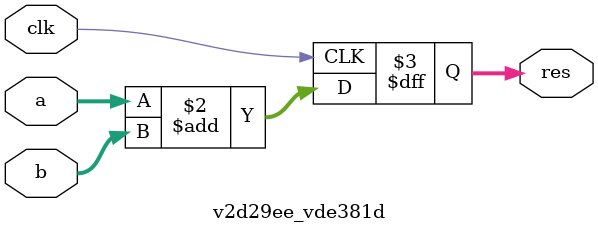
<source format=v>

`default_nettype none

module main #(
 parameter v784ccd = 1,
 parameter v6446fd = -7,
 parameter v77ec80 = 9
) (
 input vclk,
 output [3:0] vbe9e7b,
 output [0:3] vinit
);
 localparam p0 = v784ccd;
 localparam p1 = v6446fd;
 localparam p2 = v77ec80;
 wire [0:3] w3;
 wire [0:3] w4;
 wire [0:3] w5;
 wire [0:3] w6;
 wire [0:3] w7;
 wire w8;
 wire w9;
 assign vbe9e7b = w3;
 assign w8 = vclk;
 assign w9 = vclk;
 assign w9 = w8;
 v656d05 #(
  .vb061d7(p0)
 ) v849356 (
  .vda9708(w5)
 );
 v2d29ee ve4c331 (
  .v6969ed(w4),
  .v29647b(w5),
  .vb509ef(w6),
  .v85b632(w8)
 );
 v2d29ee v3016c3 (
  .v6969ed(w3),
  .v29647b(w4),
  .vb509ef(w7),
  .v85b632(w9)
 );
 v656d05 #(
  .vb061d7(p1)
 ) v981c9f (
  .vda9708(w6)
 );
 v656d05 #(
  .vb061d7(p2)
 ) ve7d9b1 (
  .vda9708(w7)
 );
 assign vinit = 4'b0000;
endmodule

/*-------------------------------------------------*/
/*--   */
/*-- - - - - - - - - - - - - - - - - - - - - - - --*/
/*-- 
/*-------------------------------------------------*/
//---- Top entity
module v656d05 #(
 parameter vb061d7 = 0
) (
 output [3:0] vda9708
);
 localparam p0 = vb061d7;
 wire [0:3] w1;
 assign vda9708 = w1;
 v656d05_v49c8a7 #(
  .n(p0)
 ) v49c8a7 (
  .num(w1)
 );
endmodule

/*-------------------------------------------------*/
/*-- 4 bits constante  */
/*-- - - - - - - - - - - - - - - - - - - - - - - --*/
/*-- Constante 4 bits
/*-------------------------------------------------*/

module v656d05_v49c8a7 #(
 parameter n = 0
) (
 output [3:0] num
);
 
 assign num=n;
endmodule
//---- Top entity
module v2d29ee (
 input [3:0] v29647b,
 input [3:0] vb509ef,
 input v85b632,
 output [3:0] v6969ed
);
 wire [0:3] w0;
 wire [0:3] w1;
 wire w2;
 wire [0:3] w3;
 assign w0 = v29647b;
 assign w1 = vb509ef;
 assign w2 = v85b632;
 assign v6969ed = w3;
 v2d29ee_vde381d vde381d (
  .a(w0),
  .b(w1),
  .clk(w2),
  .res(w3)
 );
endmodule

/*-------------------------------------------------*/
/*-- Unsigned Sum 4bits  */
/*-- - - - - - - - - - - - - - - - - - - - - - - --*/
/*-- Unsigned Sum 4 bits
/*-------------------------------------------------*/

module v2d29ee_vde381d (
 input [3:0] a,
 input [3:0] b,
 input clk,
 output [3:0] res
);
 
 reg[3:0] res;
 
 always @(posedge clk)
 res <=a+b;
endmodule

</source>
